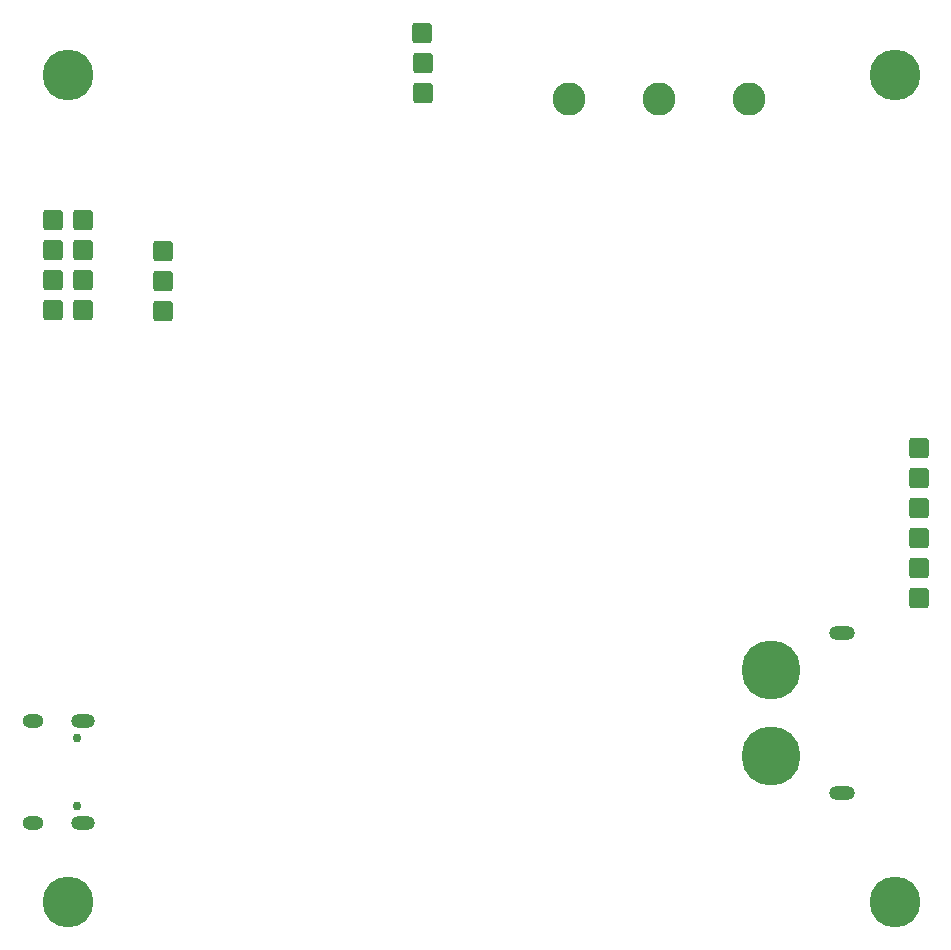
<source format=gbr>
%TF.GenerationSoftware,KiCad,Pcbnew,9.0.2-rc1*%
%TF.CreationDate,2025-08-19T16:09:16+10:00*%
%TF.ProjectId,BLDC_Version1_1_0,424c4443-5f56-4657-9273-696f6e315f31,rev?*%
%TF.SameCoordinates,Original*%
%TF.FileFunction,Soldermask,Bot*%
%TF.FilePolarity,Negative*%
%FSLAX46Y46*%
G04 Gerber Fmt 4.6, Leading zero omitted, Abs format (unit mm)*
G04 Created by KiCad (PCBNEW 9.0.2-rc1) date 2025-08-19 16:09:16*
%MOMM*%
%LPD*%
G01*
G04 APERTURE LIST*
G04 Aperture macros list*
%AMRoundRect*
0 Rectangle with rounded corners*
0 $1 Rounding radius*
0 $2 $3 $4 $5 $6 $7 $8 $9 X,Y pos of 4 corners*
0 Add a 4 corners polygon primitive as box body*
4,1,4,$2,$3,$4,$5,$6,$7,$8,$9,$2,$3,0*
0 Add four circle primitives for the rounded corners*
1,1,$1+$1,$2,$3*
1,1,$1+$1,$4,$5*
1,1,$1+$1,$6,$7*
1,1,$1+$1,$8,$9*
0 Add four rect primitives between the rounded corners*
20,1,$1+$1,$2,$3,$4,$5,0*
20,1,$1+$1,$4,$5,$6,$7,0*
20,1,$1+$1,$6,$7,$8,$9,0*
20,1,$1+$1,$8,$9,$2,$3,0*%
G04 Aperture macros list end*
%ADD10C,5.000000*%
%ADD11O,2.200000X1.200000*%
%ADD12C,4.300000*%
%ADD13C,2.800000*%
%ADD14RoundRect,0.255000X0.595000X0.595000X-0.595000X0.595000X-0.595000X-0.595000X0.595000X-0.595000X0*%
%ADD15C,0.750000*%
%ADD16O,2.000000X1.200000*%
%ADD17O,1.800000X1.200000*%
%ADD18RoundRect,0.255000X-0.595000X-0.595000X0.595000X-0.595000X0.595000X0.595000X-0.595000X0.595000X0*%
G04 APERTURE END LIST*
D10*
%TO.C,CN2*%
X174500000Y-115400120D03*
X174500000Y-122600120D03*
D11*
X180500000Y-125750120D03*
X180500000Y-112250120D03*
%TD*%
D12*
%TO.C,REF\u002A\u002A*%
X185000000Y-65000000D03*
%TD*%
D13*
%TO.C,CN1*%
X172620000Y-67000000D03*
X165000000Y-67000000D03*
X157380000Y-67000000D03*
%TD*%
D12*
%TO.C,REF\u002A\u002A*%
X115000000Y-65000000D03*
%TD*%
D14*
%TO.C,U6*%
X123000000Y-85000000D03*
X123000000Y-82460000D03*
X122980000Y-79920000D03*
%TD*%
D12*
%TO.C,REF\u002A\u002A*%
X115000000Y-135000000D03*
%TD*%
D14*
%TO.C,U9*%
X187000000Y-109250000D03*
X187000000Y-106710000D03*
X186980000Y-104170000D03*
X186980000Y-101630000D03*
X187000000Y-99090000D03*
X187000000Y-96550000D03*
%TD*%
%TO.C,U8*%
X145000000Y-66500000D03*
X145000000Y-63960000D03*
X144980000Y-61420000D03*
%TD*%
D15*
%TO.C,J1*%
X115710000Y-121100000D03*
X115710000Y-126900000D03*
D16*
X116210000Y-119670000D03*
X116210000Y-128330000D03*
D17*
X112030000Y-128330000D03*
X112030000Y-119670000D03*
%TD*%
D18*
%TO.C,U7*%
X113710000Y-77250000D03*
X113710000Y-79790000D03*
X113730000Y-82330000D03*
X113730000Y-84870000D03*
X116250000Y-77250000D03*
X116250000Y-79790000D03*
X116250000Y-82330000D03*
X116250000Y-84870000D03*
%TD*%
D12*
%TO.C,REF\u002A\u002A*%
X185000000Y-135000000D03*
%TD*%
M02*

</source>
